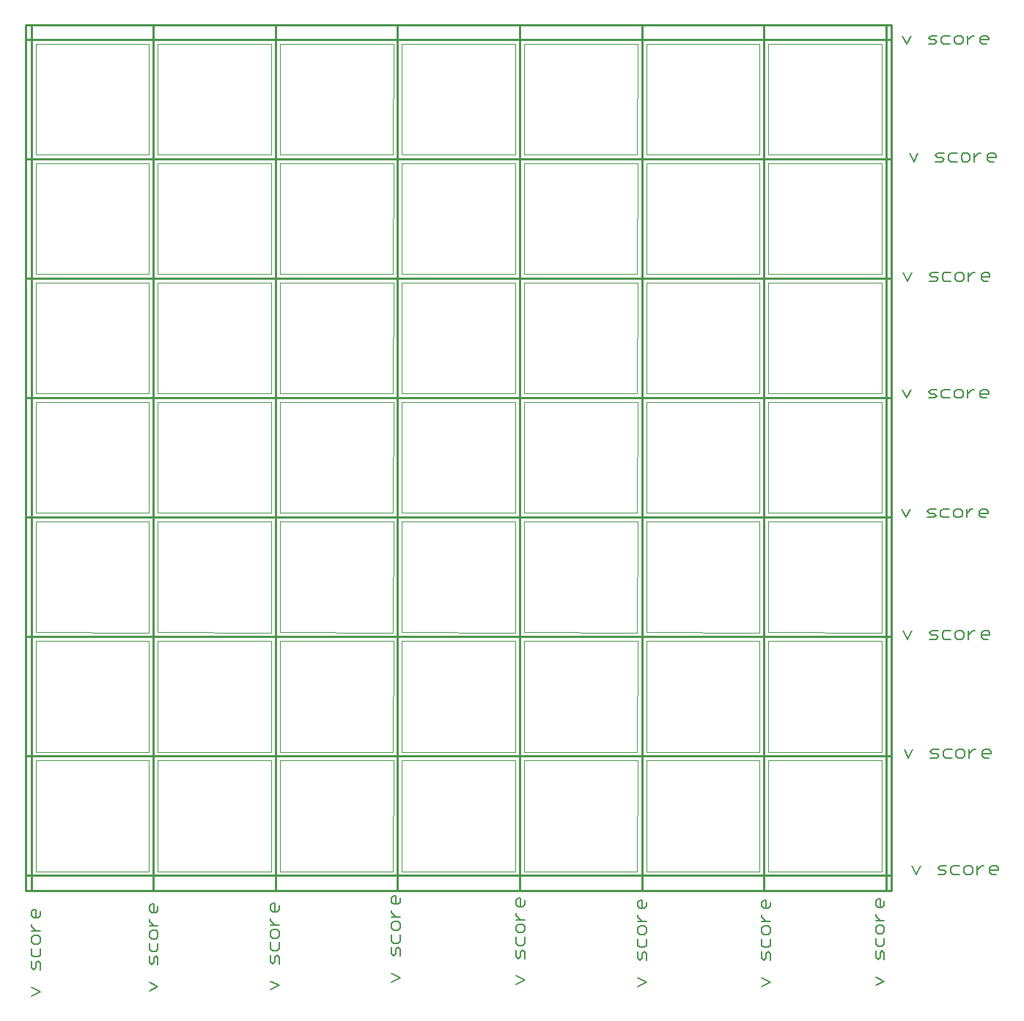
<source format=gko>
G04 Layer_Color=16711935*
%FSLAX44Y44*%
%MOMM*%
G71*
G01*
G75*
%ADD14C,0.2540*%
%ADD30C,0.2000*%
%ADD31C,0.0000*%
D14*
X0Y0D02*
Y1000000D01*
X1000000D01*
Y0D02*
Y1000000D01*
X0Y0D02*
X1000000D01*
X147740D02*
Y1000000D01*
X288800Y0D02*
Y1000000D01*
X429860Y0D02*
Y1000000D01*
X570920Y0D02*
Y1000000D01*
X711980Y0D02*
Y1000000D01*
X853040Y0D02*
Y1000000D01*
X0Y155130D02*
X1000000D01*
X0Y293220D02*
X1000000D01*
X0Y431310D02*
X1000000D01*
X0Y569400D02*
X1000000D01*
X0Y707490D02*
X1000000D01*
X0Y983670D02*
X1000000D01*
X0Y845580D02*
X1000000D01*
X6680Y0D02*
Y1000000D01*
X994100Y0D02*
Y1000000D01*
X0Y17040D02*
X1000000D01*
D30*
X1015000Y162997D02*
X1019998Y153000D01*
X1024997Y162997D01*
X1044990Y153000D02*
X1052488D01*
X1054987Y155499D01*
X1052488Y157998D01*
X1047489D01*
X1044990Y160498D01*
X1047489Y162997D01*
X1054987D01*
X1069982D02*
X1062485D01*
X1059985Y160498D01*
Y155499D01*
X1062485Y153000D01*
X1069982D01*
X1077480D02*
X1082478D01*
X1084977Y155499D01*
Y160498D01*
X1082478Y162997D01*
X1077480D01*
X1074981Y160498D01*
Y155499D01*
X1077480Y153000D01*
X1089976Y162997D02*
Y153000D01*
Y157998D01*
X1092475Y160498D01*
X1094974Y162997D01*
X1097473D01*
X1112468Y153000D02*
X1107470D01*
X1104971Y155499D01*
Y160498D01*
X1107470Y162997D01*
X1112468D01*
X1114968Y160498D01*
Y157998D01*
X1104971D01*
X1014000Y299997D02*
X1018998Y290000D01*
X1023997Y299997D01*
X1043990Y290000D02*
X1051488D01*
X1053987Y292499D01*
X1051488Y294998D01*
X1046489D01*
X1043990Y297498D01*
X1046489Y299997D01*
X1053987D01*
X1068982D02*
X1061485D01*
X1058985Y297498D01*
Y292499D01*
X1061485Y290000D01*
X1068982D01*
X1076480D02*
X1081478D01*
X1083977Y292499D01*
Y297498D01*
X1081478Y299997D01*
X1076480D01*
X1073981Y297498D01*
Y292499D01*
X1076480Y290000D01*
X1088976Y299997D02*
Y290000D01*
Y294998D01*
X1091475Y297498D01*
X1093974Y299997D01*
X1096473D01*
X1111468Y290000D02*
X1106470D01*
X1103971Y292499D01*
Y297498D01*
X1106470Y299997D01*
X1111468D01*
X1113968Y297498D01*
Y294998D01*
X1103971D01*
X1012000Y440997D02*
X1016998Y431000D01*
X1021997Y440997D01*
X1041990Y431000D02*
X1049488D01*
X1051987Y433499D01*
X1049488Y435998D01*
X1044490D01*
X1041990Y438498D01*
X1044490Y440997D01*
X1051987D01*
X1066982D02*
X1059485D01*
X1056985Y438498D01*
Y433499D01*
X1059485Y431000D01*
X1066982D01*
X1074480D02*
X1079478D01*
X1081977Y433499D01*
Y438498D01*
X1079478Y440997D01*
X1074480D01*
X1071981Y438498D01*
Y433499D01*
X1074480Y431000D01*
X1086976Y440997D02*
Y431000D01*
Y435998D01*
X1089475Y438498D01*
X1091974Y440997D01*
X1094473D01*
X1109468Y431000D02*
X1104470D01*
X1101971Y433499D01*
Y438498D01*
X1104470Y440997D01*
X1109468D01*
X1111968Y438498D01*
Y435998D01*
X1101971D01*
X1013000Y578997D02*
X1017998Y569000D01*
X1022997Y578997D01*
X1042990Y569000D02*
X1050488D01*
X1052987Y571499D01*
X1050488Y573998D01*
X1045490D01*
X1042990Y576498D01*
X1045490Y578997D01*
X1052987D01*
X1067982D02*
X1060485D01*
X1057985Y576498D01*
Y571499D01*
X1060485Y569000D01*
X1067982D01*
X1075480D02*
X1080478D01*
X1082977Y571499D01*
Y576498D01*
X1080478Y578997D01*
X1075480D01*
X1072981Y576498D01*
Y571499D01*
X1075480Y569000D01*
X1087976Y578997D02*
Y569000D01*
Y573998D01*
X1090475Y576498D01*
X1092974Y578997D01*
X1095473D01*
X1110468Y569000D02*
X1105470D01*
X1102971Y571499D01*
Y576498D01*
X1105470Y578997D01*
X1110468D01*
X1112968Y576498D01*
Y573998D01*
X1102971D01*
X1014000Y713997D02*
X1018998Y704000D01*
X1023997Y713997D01*
X1043990Y704000D02*
X1051488D01*
X1053987Y706499D01*
X1051488Y708998D01*
X1046489D01*
X1043990Y711498D01*
X1046489Y713997D01*
X1053987D01*
X1068982D02*
X1061485D01*
X1058985Y711498D01*
Y706499D01*
X1061485Y704000D01*
X1068982D01*
X1076480D02*
X1081478D01*
X1083977Y706499D01*
Y711498D01*
X1081478Y713997D01*
X1076480D01*
X1073981Y711498D01*
Y706499D01*
X1076480Y704000D01*
X1088976Y713997D02*
Y704000D01*
Y708998D01*
X1091475Y711498D01*
X1093974Y713997D01*
X1096473D01*
X1111468Y704000D02*
X1106470D01*
X1103971Y706499D01*
Y711498D01*
X1106470Y713997D01*
X1111468D01*
X1113968Y711498D01*
Y708998D01*
X1103971D01*
X1021000Y851997D02*
X1025998Y842000D01*
X1030997Y851997D01*
X1050990Y842000D02*
X1058488D01*
X1060987Y844499D01*
X1058488Y846998D01*
X1053490D01*
X1050990Y849498D01*
X1053490Y851997D01*
X1060987D01*
X1075982D02*
X1068485D01*
X1065985Y849498D01*
Y844499D01*
X1068485Y842000D01*
X1075982D01*
X1083480D02*
X1088478D01*
X1090977Y844499D01*
Y849498D01*
X1088478Y851997D01*
X1083480D01*
X1080981Y849498D01*
Y844499D01*
X1083480Y842000D01*
X1095976Y851997D02*
Y842000D01*
Y846998D01*
X1098475Y849498D01*
X1100974Y851997D01*
X1103473D01*
X1118468Y842000D02*
X1113470D01*
X1110971Y844499D01*
Y849498D01*
X1113470Y851997D01*
X1118468D01*
X1120968Y849498D01*
Y846998D01*
X1110971D01*
X1013000Y987997D02*
X1017998Y978000D01*
X1022997Y987997D01*
X1042990Y978000D02*
X1050488D01*
X1052987Y980499D01*
X1050488Y982998D01*
X1045490D01*
X1042990Y985498D01*
X1045490Y987997D01*
X1052987D01*
X1067982D02*
X1060485D01*
X1057985Y985498D01*
Y980499D01*
X1060485Y978000D01*
X1067982D01*
X1075480D02*
X1080478D01*
X1082977Y980499D01*
Y985498D01*
X1080478Y987997D01*
X1075480D01*
X1072981Y985498D01*
Y980499D01*
X1075480Y978000D01*
X1087976Y987997D02*
Y978000D01*
Y982998D01*
X1090475Y985498D01*
X1092974Y987997D01*
X1095473D01*
X1110468Y978000D02*
X1105470D01*
X1102971Y980499D01*
Y985498D01*
X1105470Y987997D01*
X1110468D01*
X1112968Y985498D01*
Y982998D01*
X1102971D01*
X143003Y-116000D02*
X153000Y-111002D01*
X143003Y-106003D01*
X153000Y-86010D02*
Y-78512D01*
X150501Y-76013D01*
X148002Y-78512D01*
Y-83511D01*
X145502Y-86010D01*
X143003Y-83511D01*
Y-76013D01*
Y-61018D02*
Y-68515D01*
X145502Y-71015D01*
X150501D01*
X153000Y-68515D01*
Y-61018D01*
Y-53520D02*
Y-48522D01*
X150501Y-46023D01*
X145502D01*
X143003Y-48522D01*
Y-53520D01*
X145502Y-56019D01*
X150501D01*
X153000Y-53520D01*
X143003Y-41024D02*
X153000D01*
X148002D01*
X145502Y-38525D01*
X143003Y-36026D01*
Y-33527D01*
X153000Y-18532D02*
Y-23530D01*
X150501Y-26029D01*
X145502D01*
X143003Y-23530D01*
Y-18532D01*
X145502Y-16032D01*
X148002D01*
Y-26029D01*
X283003Y-115000D02*
X293000Y-110002D01*
X283003Y-105003D01*
X293000Y-85010D02*
Y-77512D01*
X290501Y-75013D01*
X288002Y-77512D01*
Y-82510D01*
X285502Y-85010D01*
X283003Y-82510D01*
Y-75013D01*
Y-60018D02*
Y-67515D01*
X285502Y-70015D01*
X290501D01*
X293000Y-67515D01*
Y-60018D01*
Y-52520D02*
Y-47522D01*
X290501Y-45023D01*
X285502D01*
X283003Y-47522D01*
Y-52520D01*
X285502Y-55019D01*
X290501D01*
X293000Y-52520D01*
X283003Y-40024D02*
X293000D01*
X288002D01*
X285502Y-37525D01*
X283003Y-35026D01*
Y-32527D01*
X293000Y-17532D02*
Y-22530D01*
X290501Y-25029D01*
X285502D01*
X283003Y-22530D01*
Y-17532D01*
X285502Y-15032D01*
X288002D01*
Y-25029D01*
X423003Y-106000D02*
X433000Y-101002D01*
X423003Y-96003D01*
X433000Y-76010D02*
Y-68512D01*
X430501Y-66013D01*
X428002Y-68512D01*
Y-73510D01*
X425502Y-76010D01*
X423003Y-73510D01*
Y-66013D01*
Y-51018D02*
Y-58515D01*
X425502Y-61015D01*
X430501D01*
X433000Y-58515D01*
Y-51018D01*
Y-43520D02*
Y-38522D01*
X430501Y-36023D01*
X425502D01*
X423003Y-38522D01*
Y-43520D01*
X425502Y-46019D01*
X430501D01*
X433000Y-43520D01*
X423003Y-31024D02*
X433000D01*
X428002D01*
X425502Y-28525D01*
X423003Y-26026D01*
Y-23527D01*
X433000Y-8532D02*
Y-13530D01*
X430501Y-16029D01*
X425502D01*
X423003Y-13530D01*
Y-8532D01*
X425502Y-6032D01*
X428002D01*
Y-16029D01*
X567003Y-109000D02*
X577000Y-104002D01*
X567003Y-99003D01*
X577000Y-79010D02*
Y-71512D01*
X574501Y-69013D01*
X572002Y-71512D01*
Y-76511D01*
X569502Y-79010D01*
X567003Y-76511D01*
Y-69013D01*
Y-54018D02*
Y-61515D01*
X569502Y-64015D01*
X574501D01*
X577000Y-61515D01*
Y-54018D01*
Y-46520D02*
Y-41522D01*
X574501Y-39023D01*
X569502D01*
X567003Y-41522D01*
Y-46520D01*
X569502Y-49019D01*
X574501D01*
X577000Y-46520D01*
X567003Y-34024D02*
X577000D01*
X572002D01*
X569502Y-31525D01*
X567003Y-29026D01*
Y-26527D01*
X577000Y-11532D02*
Y-16530D01*
X574501Y-19029D01*
X569502D01*
X567003Y-16530D01*
Y-11532D01*
X569502Y-9032D01*
X572002D01*
Y-19029D01*
X707003Y-111000D02*
X717000Y-106002D01*
X707003Y-101003D01*
X717000Y-81010D02*
Y-73512D01*
X714501Y-71013D01*
X712002Y-73512D01*
Y-78510D01*
X709502Y-81010D01*
X707003Y-78510D01*
Y-71013D01*
Y-56018D02*
Y-63515D01*
X709502Y-66015D01*
X714501D01*
X717000Y-63515D01*
Y-56018D01*
Y-48520D02*
Y-43522D01*
X714501Y-41023D01*
X709502D01*
X707003Y-43522D01*
Y-48520D01*
X709502Y-51019D01*
X714501D01*
X717000Y-48520D01*
X707003Y-36024D02*
X717000D01*
X712002D01*
X709502Y-33525D01*
X707003Y-31026D01*
Y-28527D01*
X717000Y-13532D02*
Y-18530D01*
X714501Y-21029D01*
X709502D01*
X707003Y-18530D01*
Y-13532D01*
X709502Y-11032D01*
X712002D01*
Y-21029D01*
X850003Y-111000D02*
X860000Y-106002D01*
X850003Y-101003D01*
X860000Y-81010D02*
Y-73512D01*
X857501Y-71013D01*
X855002Y-73512D01*
Y-78510D01*
X852502Y-81010D01*
X850003Y-78510D01*
Y-71013D01*
Y-56018D02*
Y-63515D01*
X852502Y-66015D01*
X857501D01*
X860000Y-63515D01*
Y-56018D01*
Y-48520D02*
Y-43522D01*
X857501Y-41023D01*
X852502D01*
X850003Y-43522D01*
Y-48520D01*
X852502Y-51019D01*
X857501D01*
X860000Y-48520D01*
X850003Y-36024D02*
X860000D01*
X855002D01*
X852502Y-33525D01*
X850003Y-31026D01*
Y-28527D01*
X860000Y-13532D02*
Y-18530D01*
X857501Y-21029D01*
X852502D01*
X850003Y-18530D01*
Y-13532D01*
X852502Y-11032D01*
X855002D01*
Y-21029D01*
X982003Y-110000D02*
X992000Y-105002D01*
X982003Y-100003D01*
X992000Y-80010D02*
Y-72512D01*
X989501Y-70013D01*
X987002Y-72512D01*
Y-77510D01*
X984502Y-80010D01*
X982003Y-77510D01*
Y-70013D01*
Y-55018D02*
Y-62515D01*
X984502Y-65015D01*
X989501D01*
X992000Y-62515D01*
Y-55018D01*
Y-47520D02*
Y-42522D01*
X989501Y-40023D01*
X984502D01*
X982003Y-42522D01*
Y-47520D01*
X984502Y-50019D01*
X989501D01*
X992000Y-47520D01*
X982003Y-35024D02*
X992000D01*
X987002D01*
X984502Y-32525D01*
X982003Y-30026D01*
Y-27527D01*
X992000Y-12532D02*
Y-17530D01*
X989501Y-20029D01*
X984502D01*
X982003Y-17530D01*
Y-12532D01*
X984502Y-10032D01*
X987002D01*
Y-20029D01*
X1024000Y27997D02*
X1028998Y18000D01*
X1033997Y27997D01*
X1053990Y18000D02*
X1061488D01*
X1063987Y20499D01*
X1061488Y22998D01*
X1056489D01*
X1053990Y25498D01*
X1056489Y27997D01*
X1063987D01*
X1078982D02*
X1071485D01*
X1068985Y25498D01*
Y20499D01*
X1071485Y18000D01*
X1078982D01*
X1086480D02*
X1091478D01*
X1093977Y20499D01*
Y25498D01*
X1091478Y27997D01*
X1086480D01*
X1083981Y25498D01*
Y20499D01*
X1086480Y18000D01*
X1098976Y27997D02*
Y18000D01*
Y22998D01*
X1101475Y25498D01*
X1103974Y27997D01*
X1106473D01*
X1121468Y18000D02*
X1116470D01*
X1113971Y20499D01*
Y25498D01*
X1116470Y27997D01*
X1121468D01*
X1123968Y25498D01*
Y22998D01*
X1113971D01*
X7003Y-122000D02*
X17000Y-117002D01*
X7003Y-112003D01*
X17000Y-92010D02*
Y-84512D01*
X14501Y-82013D01*
X12002Y-84512D01*
Y-89510D01*
X9502Y-92010D01*
X7003Y-89510D01*
Y-82013D01*
Y-67018D02*
Y-74515D01*
X9502Y-77015D01*
X14501D01*
X17000Y-74515D01*
Y-67018D01*
Y-59520D02*
Y-54522D01*
X14501Y-52023D01*
X9502D01*
X7003Y-54522D01*
Y-59520D01*
X9502Y-62019D01*
X14501D01*
X17000Y-59520D01*
X7003Y-47024D02*
X17000D01*
X12002D01*
X9502Y-44525D01*
X7003Y-42026D01*
Y-39527D01*
X17000Y-24532D02*
Y-29530D01*
X14501Y-32029D01*
X9502D01*
X7003Y-29530D01*
Y-24532D01*
X9502Y-22032D01*
X12002D01*
Y-32029D01*
D31*
X716980Y21916D02*
Y149932D01*
X848044D01*
X847790Y21840D02*
X848044Y149932D01*
X716980Y21916D02*
X847790Y21840D01*
X858040Y21916D02*
Y149932D01*
X989104D01*
X988850Y21840D02*
X989104Y149932D01*
X858040Y21916D02*
X988850Y21840D01*
X716980Y160006D02*
Y288022D01*
X848044D01*
X847790Y159930D02*
X848044Y288022D01*
X716980Y160006D02*
X847790Y159930D01*
X858040Y160006D02*
Y288022D01*
X989104D01*
X988850Y159930D02*
X989104Y288022D01*
X858040Y160006D02*
X988850Y159930D01*
X716980Y298096D02*
Y426112D01*
X848044D01*
X847790Y298020D02*
X848044Y426112D01*
X716980Y298096D02*
X847790Y298020D01*
X858040Y298096D02*
Y426112D01*
X989104D01*
X988850Y298020D02*
X989104Y426112D01*
X858040Y298096D02*
X988850Y298020D01*
X716980Y436186D02*
Y564202D01*
X848044D01*
X847790Y436110D02*
X848044Y564202D01*
X716980Y436186D02*
X847790Y436110D01*
X858040Y436186D02*
Y564202D01*
X989104D01*
X988850Y436110D02*
X989104Y564202D01*
X858040Y436186D02*
X988850Y436110D01*
X716980Y574276D02*
Y702292D01*
X848044D01*
X847790Y574200D02*
X848044Y702292D01*
X716980Y574276D02*
X847790Y574200D01*
X858040Y574276D02*
Y702292D01*
X989104D01*
X988850Y574200D02*
X989104Y702292D01*
X858040Y574276D02*
X988850Y574200D01*
X716980Y712366D02*
Y840382D01*
X848044D01*
X847790Y712290D02*
X848044Y840382D01*
X716980Y712366D02*
X847790Y712290D01*
X858040Y712366D02*
Y840382D01*
X989104D01*
X988850Y712290D02*
X989104Y840382D01*
X858040Y712366D02*
X988850Y712290D01*
X716980Y850456D02*
Y978472D01*
X848044D01*
X847790Y850380D02*
X848044Y978472D01*
X716980Y850456D02*
X847790Y850380D01*
X858040Y850456D02*
Y978472D01*
X989104D01*
X988850Y850380D02*
X989104Y978472D01*
X858040Y850456D02*
X988850Y850380D01*
X575920Y21916D02*
Y149932D01*
X706984D01*
X706730Y21840D02*
X706984Y149932D01*
X575920Y21916D02*
X706730Y21840D01*
X575920Y160006D02*
Y288022D01*
X706984D01*
X706730Y159930D02*
X706984Y288022D01*
X575920Y160006D02*
X706730Y159930D01*
X575920Y298096D02*
Y426112D01*
X706984D01*
X706730Y298020D02*
X706984Y426112D01*
X575920Y298096D02*
X706730Y298020D01*
X575920Y436186D02*
Y564202D01*
X706984D01*
X706730Y436110D02*
X706984Y564202D01*
X575920Y436186D02*
X706730Y436110D01*
X575920Y574276D02*
Y702292D01*
X706984D01*
X706730Y574200D02*
X706984Y702292D01*
X575920Y574276D02*
X706730Y574200D01*
X575920Y712366D02*
Y840382D01*
X706984D01*
X706730Y712290D02*
X706984Y840382D01*
X575920Y712366D02*
X706730Y712290D01*
X575920Y850456D02*
Y978472D01*
X706984D01*
X706730Y850380D02*
X706984Y978472D01*
X575920Y850456D02*
X706730Y850380D01*
X293800Y21916D02*
Y149932D01*
X424864D01*
X424610Y21840D02*
X424864Y149932D01*
X293800Y21916D02*
X424610Y21840D01*
X434860Y21916D02*
Y149932D01*
X565924D01*
X565670Y21840D02*
X565924Y149932D01*
X434860Y21916D02*
X565670Y21840D01*
X293800Y160006D02*
Y288022D01*
X424864D01*
X424610Y159930D02*
X424864Y288022D01*
X293800Y160006D02*
X424610Y159930D01*
X434860Y160006D02*
Y288022D01*
X565924D01*
X565670Y159930D02*
X565924Y288022D01*
X434860Y160006D02*
X565670Y159930D01*
X293800Y298096D02*
Y426112D01*
X424864D01*
X424610Y298020D02*
X424864Y426112D01*
X293800Y298096D02*
X424610Y298020D01*
X434860Y298096D02*
Y426112D01*
X565924D01*
X565670Y298020D02*
X565924Y426112D01*
X434860Y298096D02*
X565670Y298020D01*
X293800Y436186D02*
Y564202D01*
X424864D01*
X424610Y436110D02*
X424864Y564202D01*
X293800Y436186D02*
X424610Y436110D01*
X434860Y436186D02*
Y564202D01*
X565924D01*
X565670Y436110D02*
X565924Y564202D01*
X434860Y436186D02*
X565670Y436110D01*
X293800Y574276D02*
Y702292D01*
X424864D01*
X424610Y574200D02*
X424864Y702292D01*
X293800Y574276D02*
X424610Y574200D01*
X434860Y574276D02*
Y702292D01*
X565924D01*
X565670Y574200D02*
X565924Y702292D01*
X434860Y574276D02*
X565670Y574200D01*
X293800Y712366D02*
Y840382D01*
X424864D01*
X424610Y712290D02*
X424864Y840382D01*
X293800Y712366D02*
X424610Y712290D01*
X434860Y712366D02*
Y840382D01*
X565924D01*
X565670Y712290D02*
X565924Y840382D01*
X434860Y712366D02*
X565670Y712290D01*
X293800Y850456D02*
Y978472D01*
X424864D01*
X424610Y850380D02*
X424864Y978472D01*
X293800Y850456D02*
X424610Y850380D01*
X434860Y850456D02*
Y978472D01*
X565924D01*
X565670Y850380D02*
X565924Y978472D01*
X434860Y850456D02*
X565670Y850380D01*
X11685Y21921D02*
Y149937D01*
X142749D01*
X142495Y21845D02*
X142749Y149937D01*
X11685Y21921D02*
X142495Y21845D01*
X152745Y21921D02*
Y149937D01*
X283809D01*
X283555Y21845D02*
X283809Y149937D01*
X152745Y21921D02*
X283555Y21845D01*
X11685Y160011D02*
Y288027D01*
X142749D01*
X142495Y159935D02*
X142749Y288027D01*
X11685Y160011D02*
X142495Y159935D01*
X152745Y160011D02*
Y288027D01*
X283809D01*
X283555Y159935D02*
X283809Y288027D01*
X152745Y160011D02*
X283555Y159935D01*
X11685Y298101D02*
Y426117D01*
X142749D01*
X142495Y298025D02*
X142749Y426117D01*
X11685Y298101D02*
X142495Y298025D01*
X152745Y298101D02*
Y426117D01*
X283809D01*
X283555Y298025D02*
X283809Y426117D01*
X152745Y298101D02*
X283555Y298025D01*
X11685Y436191D02*
Y564207D01*
X142749D01*
X142495Y436115D02*
X142749Y564207D01*
X11685Y436191D02*
X142495Y436115D01*
X152745Y436191D02*
Y564207D01*
X283809D01*
X283555Y436115D02*
X283809Y564207D01*
X152745Y436191D02*
X283555Y436115D01*
X11685Y574281D02*
Y702297D01*
X142749D01*
X142495Y574205D02*
X142749Y702297D01*
X11685Y574281D02*
X142495Y574205D01*
X152745Y574281D02*
Y702297D01*
X283809D01*
X283555Y574205D02*
X283809Y702297D01*
X152745Y574281D02*
X283555Y574205D01*
X11685Y712371D02*
Y840387D01*
X142749D01*
X142495Y712295D02*
X142749Y840387D01*
X11685Y712371D02*
X142495Y712295D01*
X152745Y712371D02*
Y840387D01*
X283809D01*
X283555Y712295D02*
X283809Y840387D01*
X152745Y712371D02*
X283555Y712295D01*
X11685Y850461D02*
Y978477D01*
X142749D01*
X142495Y850385D02*
X142749Y978477D01*
X11685Y850461D02*
X142495Y850385D01*
X152745Y850461D02*
Y978477D01*
X283809D01*
X283555Y850385D02*
X283809Y978477D01*
X152745Y850461D02*
X283555Y850385D01*
M02*

</source>
